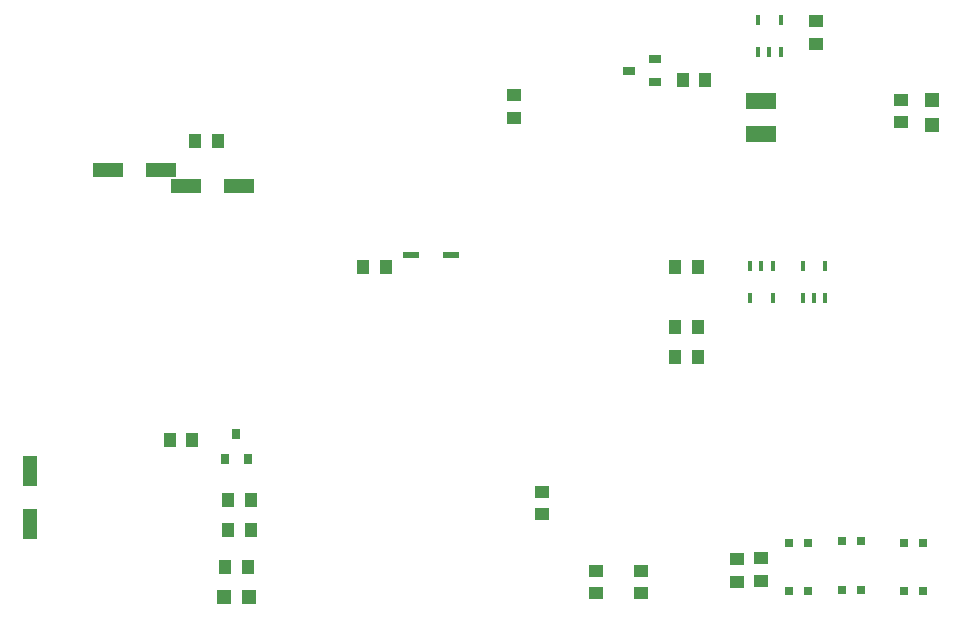
<source format=gtp>
G04 DipTrace 3.0.0.0*
G04 TeensyArbotixProRPI.gtp*
%MOIN*%
G04 #@! TF.FileFunction,Paste,Top*
G04 #@! TF.Part,Single*
%ADD36R,0.05X0.1*%
%ADD37R,0.1X0.05*%
%ADD46R,0.047244X0.047244*%
%ADD51R,0.031496X0.035433*%
%ADD84R,0.015748X0.035433*%
%ADD90R,0.031496X0.027559*%
%ADD92R,0.043307X0.051181*%
%ADD100R,0.043307X0.025591*%
%ADD110R,0.055118X0.023622*%
%ADD114R,0.051181X0.043307*%
%ADD116R,0.098425X0.055118*%
%FSLAX26Y26*%
G04*
G70*
G90*
G75*
G01*
G04 TopPaste*
%LPD*%
D36*
X607452Y912685D3*
Y737685D3*
D37*
X866201Y1918701D3*
X1041201D3*
D116*
X3043701Y2038583D3*
Y2148819D3*
D114*
X2313974Y845654D3*
Y770851D3*
D37*
X1301201Y1863701D3*
X1126201D3*
D110*
X2010630Y1633701D3*
X1876772D3*
D46*
X3612942Y2068637D3*
Y2151314D3*
X1335040Y493701D3*
X1252362D3*
D100*
X2690701Y2211701D3*
Y2286504D3*
X2604087Y2249103D3*
D51*
X1256299Y954331D3*
X1331103D3*
X1293701Y1037008D3*
D92*
X1791103Y1593701D3*
X1716299D3*
X2756299Y1393701D3*
X2831103D3*
X2756299Y1593701D3*
X2831103D3*
D114*
X2218701Y2166103D3*
Y2091299D3*
D92*
X1331103Y593701D3*
X1256299D3*
X1146771Y1018701D3*
X1071967D3*
X1231103Y2013701D3*
X1156299D3*
D114*
X2643701Y506299D3*
Y581103D3*
D92*
X1341103Y718701D3*
X1266299D3*
D114*
X2493701Y506299D3*
Y581103D3*
D92*
X2781299Y2218701D3*
X2856103D3*
X1341103Y818701D3*
X1266299D3*
D114*
X3043701Y623774D3*
Y548971D3*
D92*
X2756299Y1293701D3*
X2831103D3*
D114*
X2963816Y620711D3*
Y545908D3*
X3224566Y2339214D3*
Y2414017D3*
X3510040Y2151729D3*
Y2076925D3*
D90*
X3519445Y675801D3*
Y514383D3*
X3582437D3*
Y675801D3*
X3200197Y513681D3*
Y675099D3*
X3137205D3*
Y513681D3*
X3312205Y679286D3*
Y517869D3*
X3375197D3*
Y679286D3*
D84*
X3033226Y2309807D3*
X3070628D3*
X3108029D3*
Y2416107D3*
X3033226D3*
X3181299Y1490551D3*
X3218701D3*
X3256103D3*
Y1596851D3*
X3181299D3*
X3081103D3*
X3043701D3*
X3006299D3*
Y1490551D3*
X3081103D3*
M02*

</source>
